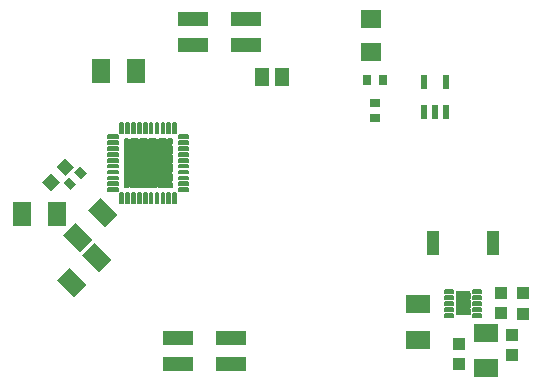
<source format=gtp>
G75*
%MOIN*%
%OFA0B0*%
%FSLAX24Y24*%
%IPPOS*%
%LPD*%
%AMOC8*
5,1,8,0,0,1.08239X$1,22.5*
%
%ADD10R,0.0512X0.0591*%
%ADD11R,0.0591X0.0787*%
%ADD12R,0.0276X0.0354*%
%ADD13R,0.0413X0.0425*%
%ADD14R,0.0330X0.0110*%
%ADD15R,0.0110X0.0330*%
%ADD16R,0.1630X0.1630*%
%ADD17C,0.0060*%
%ADD18R,0.0984X0.0512*%
%ADD19R,0.0217X0.0472*%
%ADD20R,0.0354X0.0276*%
%ADD21R,0.0709X0.0630*%
%ADD22R,0.0280X0.0120*%
%ADD23R,0.0470X0.0790*%
%ADD24R,0.0787X0.0591*%
%ADD25R,0.0433X0.0394*%
%ADD26R,0.0394X0.0787*%
%ADD27R,0.0425X0.0413*%
D10*
X009756Y011473D03*
X010425Y011473D03*
D11*
G36*
X002937Y004687D02*
X003354Y005104D01*
X003909Y004549D01*
X003492Y004132D01*
X002937Y004687D01*
G37*
G36*
X003772Y005522D02*
X004189Y005939D01*
X004744Y005384D01*
X004327Y004967D01*
X003772Y005522D01*
G37*
G36*
X003124Y006187D02*
X003541Y006604D01*
X004096Y006049D01*
X003679Y005632D01*
X003124Y006187D01*
G37*
X002931Y006910D03*
X001750Y006910D03*
G36*
X003959Y007022D02*
X004376Y007439D01*
X004931Y006884D01*
X004514Y006467D01*
X003959Y007022D01*
G37*
X004375Y011660D03*
X005556Y011660D03*
D12*
G36*
X003931Y008252D02*
X003736Y008057D01*
X003487Y008306D01*
X003682Y008501D01*
X003931Y008252D01*
G37*
G36*
X003569Y007890D02*
X003374Y007695D01*
X003125Y007944D01*
X003320Y008139D01*
X003569Y007890D01*
G37*
X013272Y011360D03*
X013784Y011360D03*
D13*
G36*
X003504Y008463D02*
X003213Y008172D01*
X002914Y008471D01*
X003205Y008762D01*
X003504Y008463D01*
G37*
G36*
X003017Y007975D02*
X002726Y007684D01*
X002427Y007983D01*
X002718Y008274D01*
X003017Y007975D01*
G37*
D14*
X004795Y007908D03*
X004795Y007708D03*
X004795Y008108D03*
X004795Y008298D03*
X004795Y008498D03*
X004795Y008698D03*
X004795Y008898D03*
X004795Y009088D03*
X004795Y009288D03*
X004795Y009488D03*
X007135Y009488D03*
X007135Y009288D03*
X007135Y009088D03*
X007135Y008898D03*
X007135Y008698D03*
X007135Y008498D03*
X007135Y008298D03*
X007135Y008108D03*
X007135Y007908D03*
X007135Y007708D03*
D15*
X006855Y007428D03*
X006655Y007428D03*
X006455Y007428D03*
X006265Y007428D03*
X006065Y007428D03*
X005865Y007428D03*
X005665Y007428D03*
X005475Y007428D03*
X005275Y007428D03*
X005075Y007428D03*
X005075Y009768D03*
X005275Y009768D03*
X005475Y009768D03*
X005665Y009768D03*
X005865Y009768D03*
X006065Y009768D03*
X006265Y009768D03*
X006455Y009768D03*
X006655Y009768D03*
X006855Y009768D03*
D16*
X005965Y008598D03*
D17*
X005245Y008638D02*
X005175Y008638D01*
X005175Y008868D01*
X005175Y008948D02*
X005245Y008948D01*
X005175Y008948D02*
X005175Y009178D01*
X005175Y009258D02*
X005245Y009258D01*
X005175Y009258D02*
X005175Y009388D01*
X005305Y009388D01*
X005385Y009388D02*
X005385Y009318D01*
X005385Y009388D02*
X005615Y009388D01*
X005695Y009388D02*
X005925Y009388D01*
X006005Y009388D02*
X006235Y009388D01*
X006315Y009388D02*
X006315Y009318D01*
X006315Y009388D02*
X006545Y009388D01*
X006625Y009388D02*
X006755Y009388D01*
X006755Y009258D01*
X006755Y009178D02*
X006685Y009178D01*
X006755Y009178D02*
X006755Y008948D01*
X006755Y008868D02*
X006685Y008868D01*
X006755Y008868D02*
X006755Y008638D01*
X006755Y008558D02*
X006685Y008558D01*
X006755Y008558D02*
X006755Y008328D01*
X006755Y008248D02*
X006685Y008248D01*
X006755Y008248D02*
X006755Y008018D01*
X006755Y007938D02*
X006685Y007938D01*
X006755Y007938D02*
X006755Y007808D01*
X006625Y007808D01*
X006545Y007808D02*
X006545Y007878D01*
X006545Y007808D02*
X006315Y007808D01*
X006235Y007808D02*
X006235Y007878D01*
X006235Y007808D02*
X006005Y007808D01*
X005925Y007808D02*
X005925Y007878D01*
X005925Y007808D02*
X005695Y007808D01*
X005615Y007808D02*
X005615Y007878D01*
X005615Y007808D02*
X005385Y007808D01*
X005305Y007808D02*
X005305Y007878D01*
X005305Y007808D02*
X005175Y007808D01*
X005175Y007938D01*
X005175Y008018D02*
X005245Y008018D01*
X005175Y008018D02*
X005175Y008248D01*
X005175Y008328D02*
X005245Y008328D01*
X005175Y008328D02*
X005175Y008558D01*
X004955Y008548D02*
X004635Y008548D01*
X004635Y008458D01*
X004955Y008458D01*
X004955Y008548D01*
X004955Y008648D02*
X004955Y008738D01*
X004635Y008738D01*
X004635Y008648D01*
X004955Y008648D01*
X004955Y008848D02*
X004955Y008938D01*
X004635Y008938D01*
X004635Y008848D01*
X004955Y008848D01*
X004955Y009048D02*
X004635Y009048D01*
X004635Y009138D01*
X004955Y009138D01*
X004955Y009048D01*
X004955Y009238D02*
X004955Y009328D01*
X004635Y009328D01*
X004635Y009238D01*
X004955Y009238D01*
X004955Y009438D02*
X004955Y009528D01*
X004635Y009528D01*
X004635Y009438D01*
X004955Y009438D01*
X005035Y009608D02*
X005125Y009608D01*
X005125Y009928D01*
X005035Y009928D01*
X005035Y009608D01*
X005235Y009608D02*
X005325Y009608D01*
X005325Y009928D01*
X005235Y009928D01*
X005235Y009608D01*
X005425Y009608D02*
X005515Y009608D01*
X005515Y009928D01*
X005425Y009928D01*
X005425Y009608D01*
X005625Y009608D02*
X005715Y009608D01*
X005715Y009928D01*
X005625Y009928D01*
X005625Y009608D01*
X005825Y009608D02*
X005915Y009608D01*
X005915Y009928D01*
X005825Y009928D01*
X005825Y009608D01*
X006015Y009608D02*
X006105Y009608D01*
X006105Y009928D01*
X006015Y009928D01*
X006015Y009608D01*
X006215Y009608D02*
X006305Y009608D01*
X006305Y009928D01*
X006215Y009928D01*
X006215Y009608D01*
X006415Y009608D02*
X006505Y009608D01*
X006505Y009928D01*
X006415Y009928D01*
X006415Y009608D01*
X006605Y009608D02*
X006695Y009608D01*
X006695Y009928D01*
X006605Y009928D01*
X006605Y009608D01*
X006805Y009608D02*
X006895Y009608D01*
X006895Y009928D01*
X006805Y009928D01*
X006805Y009608D01*
X006975Y009528D02*
X006975Y009438D01*
X007295Y009438D01*
X007295Y009528D01*
X006975Y009528D01*
X006975Y009328D02*
X007295Y009328D01*
X007295Y009238D01*
X006975Y009238D01*
X006975Y009328D01*
X006975Y009138D02*
X007295Y009138D01*
X007295Y009048D01*
X006975Y009048D01*
X006975Y009138D01*
X006975Y008938D02*
X007295Y008938D01*
X007295Y008848D01*
X006975Y008848D01*
X006975Y008938D01*
X006975Y008738D02*
X007295Y008738D01*
X007295Y008648D01*
X006975Y008648D01*
X006975Y008738D01*
X006975Y008548D02*
X007295Y008548D01*
X007295Y008458D01*
X006975Y008458D01*
X006975Y008548D01*
X006975Y008348D02*
X007295Y008348D01*
X007295Y008258D01*
X006975Y008258D01*
X006975Y008348D01*
X006975Y008148D02*
X007295Y008148D01*
X007295Y008058D01*
X006975Y008058D01*
X006975Y008148D01*
X006975Y007958D02*
X007295Y007958D01*
X007295Y007868D01*
X006975Y007868D01*
X006975Y007958D01*
X006975Y007758D02*
X007295Y007758D01*
X007295Y007668D01*
X006975Y007668D01*
X006975Y007758D01*
X006895Y007588D02*
X006805Y007588D01*
X006805Y007268D01*
X006895Y007268D01*
X006895Y007588D01*
X006695Y007588D02*
X006605Y007588D01*
X006605Y007268D01*
X006695Y007268D01*
X006695Y007588D01*
X006505Y007588D02*
X006415Y007588D01*
X006415Y007268D01*
X006505Y007268D01*
X006505Y007588D01*
X006305Y007588D02*
X006215Y007588D01*
X006215Y007268D01*
X006305Y007268D01*
X006305Y007588D01*
X006105Y007588D02*
X006015Y007588D01*
X006015Y007268D01*
X006105Y007268D01*
X006105Y007588D01*
X005915Y007588D02*
X005825Y007588D01*
X005825Y007268D01*
X005915Y007268D01*
X005915Y007588D01*
X005715Y007588D02*
X005625Y007588D01*
X005625Y007268D01*
X005715Y007268D01*
X005715Y007588D01*
X005515Y007588D02*
X005425Y007588D01*
X005425Y007268D01*
X005515Y007268D01*
X005515Y007588D01*
X005325Y007588D02*
X005235Y007588D01*
X005235Y007268D01*
X005325Y007268D01*
X005325Y007588D01*
X005125Y007588D02*
X005035Y007588D01*
X005035Y007268D01*
X005125Y007268D01*
X005125Y007588D01*
X004955Y007668D02*
X004955Y007758D01*
X004635Y007758D01*
X004635Y007668D01*
X004955Y007668D01*
X004955Y007868D02*
X004955Y007958D01*
X004635Y007958D01*
X004635Y007868D01*
X004955Y007868D01*
X004955Y008058D02*
X004955Y008148D01*
X004635Y008148D01*
X004635Y008058D01*
X004955Y008058D01*
X004955Y008258D02*
X004635Y008258D01*
X004635Y008348D01*
X004955Y008348D01*
X004955Y008258D01*
X005695Y009318D02*
X005695Y009388D01*
X006005Y009388D02*
X006005Y009318D01*
X006625Y009318D02*
X006625Y009388D01*
X015865Y004363D02*
X015865Y004263D01*
X016125Y004263D01*
X016125Y004363D01*
X015865Y004363D01*
X015865Y004173D02*
X016125Y004173D01*
X016125Y004073D01*
X015865Y004073D01*
X015865Y004173D01*
X015865Y003973D02*
X016125Y003973D01*
X016125Y003873D01*
X015865Y003873D01*
X015865Y003973D01*
X015865Y003773D02*
X016125Y003773D01*
X016125Y003673D01*
X015865Y003673D01*
X015865Y003773D01*
X015865Y003583D02*
X016125Y003583D01*
X016125Y003483D01*
X015865Y003483D01*
X015865Y003583D01*
X016255Y003563D02*
X016425Y003563D01*
X016425Y003673D01*
X016505Y003563D02*
X016675Y003563D01*
X016675Y003733D01*
X016565Y003733D01*
X016675Y003803D02*
X016675Y004043D01*
X016565Y004043D01*
X016675Y004113D02*
X016675Y004283D01*
X016505Y004283D01*
X016505Y004173D01*
X016425Y004283D02*
X016255Y004283D01*
X016255Y004113D01*
X016365Y004113D01*
X016255Y004043D02*
X016255Y003803D01*
X016365Y003803D01*
X016255Y003733D02*
X016255Y003563D01*
X016805Y003583D02*
X016805Y003483D01*
X017065Y003483D01*
X017065Y003583D01*
X016805Y003583D01*
X016805Y003673D02*
X017065Y003673D01*
X017065Y003773D01*
X016805Y003773D01*
X016805Y003673D01*
X016805Y003873D02*
X017065Y003873D01*
X017065Y003973D01*
X016805Y003973D01*
X016805Y003873D01*
X016805Y004073D02*
X017065Y004073D01*
X017065Y004173D01*
X016805Y004173D01*
X016805Y004073D01*
X016805Y004263D02*
X017065Y004263D01*
X017065Y004363D01*
X016805Y004363D01*
X016805Y004263D01*
D18*
X008715Y002781D03*
X008715Y001915D03*
X006965Y001915D03*
X006965Y002781D03*
X007465Y012540D03*
X007465Y013406D03*
X009215Y013406D03*
X009215Y012540D03*
D19*
X015154Y011310D03*
X015902Y011310D03*
X015902Y010286D03*
X015528Y010286D03*
X015154Y010286D03*
D20*
X013528Y010105D03*
X013528Y010616D03*
D21*
X013403Y012309D03*
X013403Y013412D03*
D22*
X015995Y004313D03*
X015995Y004123D03*
X015995Y003923D03*
X015995Y003723D03*
X015995Y003533D03*
X016935Y003533D03*
X016935Y003723D03*
X016935Y003923D03*
X016935Y004123D03*
X016935Y004313D03*
D23*
X016465Y003923D03*
D24*
X017215Y002951D03*
X017215Y001770D03*
X014965Y002707D03*
X014965Y003889D03*
D25*
X016340Y002570D03*
X016340Y001901D03*
X018090Y002213D03*
X018090Y002883D03*
X017715Y003588D03*
X017715Y004258D03*
D26*
X017465Y005923D03*
X015465Y005923D03*
D27*
X018465Y004267D03*
X018465Y003578D03*
M02*

</source>
